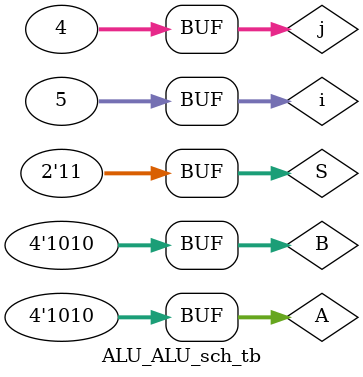
<source format=v>

`timescale 1ns / 1ps

module ALU_ALU_sch_tb();

// Inputs
   reg [3:0] A;
   reg [3:0] B;
   reg [1:0] S;

// Output
   wire [3:0] C;
   wire Co;

// Bidirs

// Instantiate the UUT
   ALU UUT (
		.A(A), 
		.B(B), 
		.S(S), 
		.C(C), 
		.Co(Co)
   );
// Initialize Inputs
   //`ifdef auto_init
       integer i,j;
		 initial begin
		A = 4'b0000;
		B = 4'b1010;
		S = 0;
		for(i=0;i<=4;i=i+1)begin
			A=A+i;
			for (j = 0;j<=3;j=j+1)begin
				S = j;
				#100;
			end
		end
  // `endif
  end
endmodule

</source>
